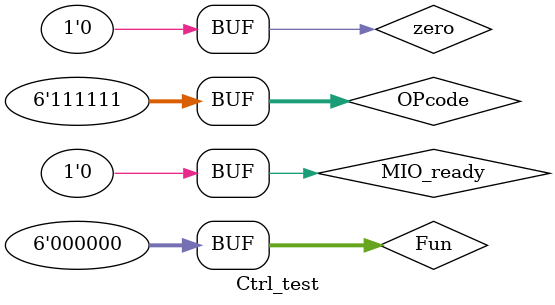
<source format=v>
`timescale 1ns / 1ps


module Ctrl_test;

	// Inputs
	reg [5:0] OPcode;
	reg [5:0] Fun;
	reg MIO_ready;
	reg zero;

	// Outputs
	wire RegDst;
	wire ALUSrc_B;
	wire [1:0] DatatoReg;
	wire Jal;
	wire [1:0] Branch;
	wire RegWrite;
	wire mem_w;
	wire [2:0] ALU_Control;
	wire CPU_MIO;

	// Instantiate the Unit Under Test (UUT)
	SCPU_ctrl uut (
		.OPcode(OPcode), 
		.Fun(Fun), 
		.MIO_ready(MIO_ready), 
		.zero(zero), 
		.RegDst(RegDst), 
		.ALUSrc_B(ALUSrc_B), 
		.DatatoReg(DatatoReg), 
		.Jal(Jal), 
		.Branch(Branch), 
		.RegWrite(RegWrite), 
		.mem_w(mem_w), 
		.ALU_Control(ALU_Control), 
		.CPU_MIO(CPU_MIO)
	);

	initial begin
		// Initialize Inputs
		OPcode = 0;
		Fun = 0;
		MIO_ready = 0;
		zero = 0;

		// Wait 100 ns for global reset to finish
		#100;

Fun=6'b100000;//add,¼ì²éALU_Control=3'b010
#20;
Fun=6'b100010;//sub,¼ì²éALU_Control=3'b110
#20;
Fun=6'b100100;//and,¼ì²éALU_Control=3'b000
#20;
Fun=6'b100101;//or,¼ì²éALU_Control=3'b001
#20;
Fun=6'b101010;//slt,¼ì²éALU_Control=3'b111
#20;
Fun=6'b100111;//nor,¼ì²éALU_Control=3'b100
#20;
Fun=6'b000010;//srl,¼ì²éALU_Control=3'b101
#20;
Fun=6'b010110;//xor,¼ì²éALU_Control=3'b011
#20;
Fun=6'b111111;//¼ä¸ô
#1;
OPcode=6'b100011;//loadÖ¸Áî£¬¼ì²éALUop=2'b00,RegDst=0,
#20;//ALUSrc_B=1,MemtoReg=1,RegWrite=1
OPcode=6'b101011;
#20;//storeÖ¸Áî£¬¼ì²éALUop=2'b00,mem_w=1,ALUSrc_B=1
OPcode=6'b000100;//beqÖ¸Áî£¬¼ì²éALUop=2'b01,Branch=1
#20;
OPcode=6'b000010;//jumpÖ¸Áî£¬¼ì²éJump=1
#20;
OPcode= 6'h24; //sltiÖ¸Áî£¬¼ì²éALUop=2'b11, RegDst=0,
#20;//ALUSrc_B=1, RegWrite=1
OPcode=6'h3f;//¼ä¸ô
Fun=6'b000000;//¼ä¸ô
end
        
		// Add stimulus here

      
endmodule


</source>
